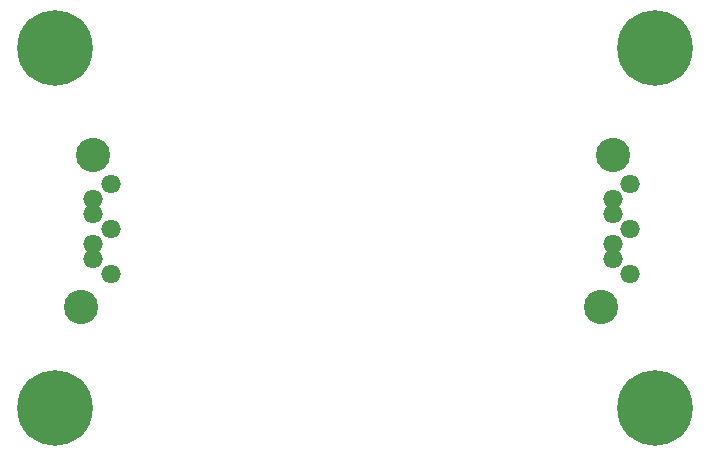
<source format=gbr>
%TF.GenerationSoftware,KiCad,Pcbnew,7.0.5.1-1-g8f565ef7f0-dirty-deb11*%
%TF.CreationDate,2023-07-21T08:52:31+00:00*%
%TF.ProjectId,BP02,42503032-2e6b-4696-9361-645f70636258,rev?*%
%TF.SameCoordinates,Original*%
%TF.FileFunction,Soldermask,Top*%
%TF.FilePolarity,Negative*%
%FSLAX46Y46*%
G04 Gerber Fmt 4.6, Leading zero omitted, Abs format (unit mm)*
G04 Created by KiCad (PCBNEW 7.0.5.1-1-g8f565ef7f0-dirty-deb11) date 2023-07-21 08:52:31*
%MOMM*%
%LPD*%
G01*
G04 APERTURE LIST*
%ADD10C,6.400000*%
%ADD11O,1.700000X1.500000*%
%ADD12C,2.900000*%
G04 APERTURE END LIST*
D10*
%TO.C,M1*%
X129154000Y-77394000D03*
%TD*%
%TO.C,M3*%
X179954000Y-107874000D03*
%TD*%
D11*
%TO.C,J1*%
X133923000Y-88924000D03*
X132423000Y-90194000D03*
X132423000Y-91464000D03*
X133923000Y-92734000D03*
X132423000Y-94004000D03*
X132423000Y-95274000D03*
X133923000Y-96544000D03*
D12*
X131423000Y-99294000D03*
X132423000Y-86464000D03*
%TD*%
D11*
%TO.C,J2*%
X177898000Y-88924000D03*
X176398000Y-90194000D03*
X176398000Y-91464000D03*
X177898000Y-92734000D03*
X176398000Y-94004000D03*
X176398000Y-95274000D03*
X177898000Y-96544000D03*
D12*
X175398000Y-99294000D03*
X176398000Y-86464000D03*
%TD*%
D10*
%TO.C,M4*%
X129154000Y-107874000D03*
%TD*%
%TO.C,M2*%
X179954000Y-77394000D03*
%TD*%
M02*

</source>
